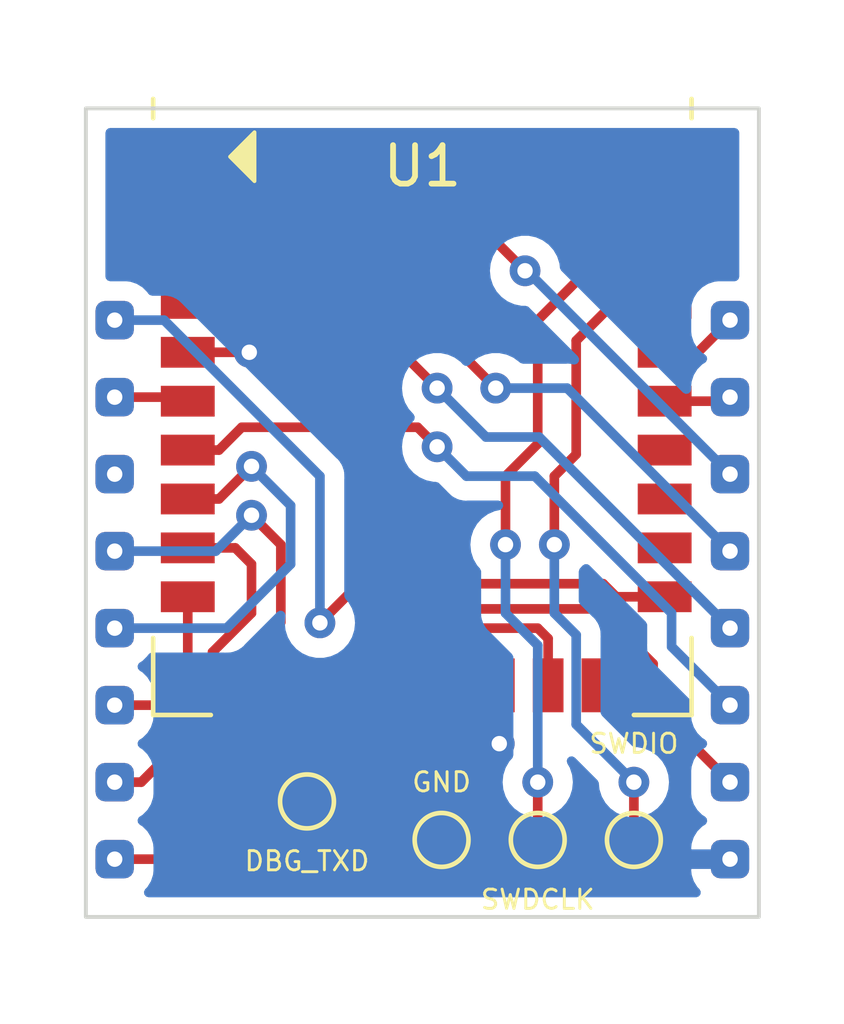
<source format=kicad_pcb>
(kicad_pcb (version 20211014) (generator pcbnew)
  (layers (0 "F.Cu" signal) (31 "B.Cu" signal) (34 "B.Paste" user) (35 "F.Paste" user) (36 "B.SilkS" user "B.Silkscreen") (37 "F.SilkS" user "F.Silkscreen") (38 "B.Mask" user) (39 "F.Mask" user) (44 "Edge.Cuts" user))
  (net 0 "")
  (net 2 "GNDD")
  (net 3 "Net-(TP1-Pad1)")
  (net 4 "+3.3V")
  (net 9 "Net-(TP2-Pad1)")
  (net 10 "Net-(TP4-Pad1)")
  (net 13 "RST")
  (net 15 "P0.00")
  (net 16 "RXD")
  (net 17 "TXD")
  (net 18 "P1.09")
  (net 19 "P0.30")
  (net 20 "P0.31")
  (net 21 "P1.13")
  (net 22 "P0.02")
  (net 23 "P0.29")
  (net 24 "P0.28")
  (net 25 "P1.10")
  (net 26 "P0.03")
  (footprint "thermostat_k5h:E73-2G4M08S1C" (layer "F.Cu") (at 157.5 90.255 180)
    (fp_text reference "U1" (at 6.5 -0.245) (layer "F.SilkS"))
    (fp_text value "E73-2G4M08S1C_light")
    (fp_line (start 13.5 1.5) (end 13.5 1) (layer "F.SilkS") (width 0.12))
    (fp_line (start 12 -14.5) (end 13.5 -14.5) (layer "F.SilkS") (width 0.12))
    (fp_line (start -0.5 1) (end -0.5 1.5) (layer "F.SilkS") (width 0.12))
    (fp_line (start -0.5 -12.5) (end -0.5 -14.5) (layer "F.SilkS") (width 0.12))
    (fp_line (start 13.5 -14.5) (end 13.5 -12.5) (layer "F.SilkS") (width 0.12))
    (fp_line (start -0.5 -14.5) (end 1 -14.5) (layer "F.SilkS") (width 0.12))
    (fp_poly (pts (xy 11.5 0) (xy 10.865 0.635) (xy 10.865 -0.635)) (layer "F.SilkS") (width 0.1) (fill solid))
    (pad "1" smd rect locked (at 12.600001 0 180) (size 1.4 0.8) (layers "F.Cu" "F.Paste" "F.Mask"))
    (pad "2" smd rect locked (at 12.600001 -1.27 180) (size 1.4 0.8) (layers "F.Cu" "F.Paste" "F.Mask") (net 25 "P1.10"))
    (pad "3" smd rect locked (at 12.600001 -2.54 180) (size 1.4 0.8) (layers "F.Cu" "F.Paste" "F.Mask") (net 26 "P0.03"))
    (pad "4" smd rect locked (at 12.600001 -3.81 180) (size 1.4 0.8) (layers "F.Cu" "F.Paste" "F.Mask") (net 24 "P0.28"))
    (pad "5" smd rect locked (at 12.600001 -5.08 180) (size 1.4 0.8) (layers "F.Cu" "F.Paste" "F.Mask") (net 2 "GNDD"))
    (pad "6" smd rect locked (at 12.600001 -6.35 180) (size 1.4 0.8) (layers "F.Cu" "F.Paste" "F.Mask") (net 21 "P1.13"))
    (pad "7" smd rect locked (at 12.600001 -7.62 180) (size 1.4 0.8) (layers "F.Cu" "F.Paste" "F.Mask") (net 22 "P0.02"))
    (pad "8" smd rect locked (at 12.600001 -8.89 180) (size 1.4 0.8) (layers "F.Cu" "F.Paste" "F.Mask") (net 23 "P0.29"))
    (pad "9" smd rect locked (at 12.600001 -10.16 180) (size 1.4 0.8) (layers "F.Cu" "F.Paste" "F.Mask") (net 20 "P0.31"))
    (pad "10" smd rect locked (at 12.600001 -11.43 180) (size 1.4 0.8) (layers "F.Cu" "F.Paste" "F.Mask") (net 19 "P0.30"))
    (pad "11" smd rect locked (at 10.840001 -13.729999 180) (size 0.8 1.4) (layers "F.Cu" "F.Paste" "F.Mask") (net 15 "P0.00"))
    (pad "13" smd rect locked (at 9.58 -13.729999 180) (size 0.8 1.4) (layers "F.Cu" "F.Paste" "F.Mask"))
    (pad "15" smd rect locked (at 8.31 -13.729999 180) (size 0.8 1.4) (layers "F.Cu" "F.Paste" "F.Mask") (net 10 "Net-(TP4-Pad1)"))
    (pad "17" smd rect locked (at 7.04 -13.729999 180) (size 0.8 1.4) (layers "F.Cu" "F.Paste" "F.Mask") (net 18 "P1.09"))
    (pad "19" smd rect locked (at 5.77 -13.729999 180) (size 0.8 1.4) (layers "F.Cu" "F.Paste" "F.Mask") (net 4 "+3.3V"))
    (pad "21" smd rect locked (at 4.5 -13.729999 180) (size 0.8 1.4) (layers "F.Cu" "F.Paste" "F.Mask") (net 2 "GNDD"))
    (pad "23" smd rect locked (at 3.230001 -13.729999 180) (size 0.8 1.4) (layers "F.Cu" "F.Paste" "F.Mask") (net 4 "+3.3V"))
    (pad "25" smd rect locked (at 1.960001 -13.729999 180) (size 0.8 1.4) (layers "F.Cu" "F.Paste" "F.Mask"))
    (pad "26" smd rect locked (at 0.2 -11.43 180) (size 1.4 0.8) (layers "F.Cu" "F.Paste" "F.Mask") (net 13 "RST"))
    (pad "27" smd rect locked (at 0.2 -10.16 180) (size 1.4 0.8) (layers "F.Cu" "F.Paste" "F.Mask"))
    (pad "29" smd rect locked (at 0.2 -8.89 180) (size 1.4 0.8) (layers "F.Cu" "F.Paste" "F.Mask"))
    (pad "31" smd rect locked (at 0.2 -7.62 180) (size 1.4 0.8) (layers "F.Cu" "F.Paste" "F.Mask"))
    (pad "33" smd rect locked (at 0.2 -6.35 180) (size 1.4 0.8) (layers "F.Cu" "F.Paste" "F.Mask") (net 17 "TXD"))
    (pad "35" smd rect locked (at 0.2 -5.08 180) (size 1.4 0.8) (layers "F.Cu" "F.Paste" "F.Mask") (net 16 "RXD"))
    (pad "37" smd rect locked (at 0.2 -3.81 180) (size 1.4 0.8) (layers "F.Cu" "F.Paste" "F.Mask") (net 3 "Net-(TP1-Pad1)"))
    (pad "39" smd rect locked (at 0.2 -2.54 180) (size 1.4 0.8) (layers "F.Cu" "F.Paste" "F.Mask") (net 9 "Net-(TP2-Pad1)"))
    (pad "41" smd rect locked (at 0.2 -1.27 180) (size 1.4 0.8) (layers "F.Cu" "F.Paste" "F.Mask"))
    (pad "43" smd rect locked (at 0.2 0 180) (size 1.4 0.8) (layers "F.Cu" "F.Paste" "F.Mask"))
  )
  (footprint "thermostat_k5h:WBR3" (layer "F.Cu") (at 143 94.5)
    (fp_text reference "J1" hide)
    (fp_text value "Conn_01x08")
    (pad "1" thru_hole roundrect (at 0 0) (size 1 1) (drill 0.4) (layers *.Cu *.Mask) (net 13 "RST"))
    (pad "2" thru_hole roundrect locked (at 0 2) (size 1 1) (drill 0.4) (layers *.Cu *.Mask) (net 21 "P1.13"))
    (pad "3" thru_hole roundrect locked (at 0 4) (size 1 1) (drill 0.4) (layers *.Cu *.Mask))
    (pad "4" thru_hole roundrect locked (at 0 6) (size 1 1) (drill 0.4) (layers *.Cu *.Mask) (net 15 "P0.00"))
    (pad "5" thru_hole roundrect locked (at 0 8) (size 1 1) (drill 0.4) (layers *.Cu *.Mask) (net 23 "P0.29"))
    (pad "6" thru_hole roundrect locked (at 0 10) (size 1 1) (drill 0.4) (layers *.Cu *.Mask) (net 19 "P0.30"))
    (pad "7" thru_hole roundrect locked (at 0 12) (size 1 1) (drill 0.4) (layers *.Cu *.Mask) (net 20 "P0.31"))
    (pad "8" thru_hole roundrect locked (at 0 14) (size 1 1) (drill 0.4) (layers *.Cu *.Mask) (net 4 "+3.3V"))
  )
  (footprint "TestPoint:TestPoint_Pad_D1.0mm" (layer "F.Cu") (at 151.5 108)
    (fp_text reference "TP3" hide)
    (fp_text value "GND" (at 0 -1.5) (layer "F.SilkS") (effects (font (size 0.5 0.5) (thickness 0.075))))
    (fp_circle (center 0 0) (end 0 0.7) (layer "F.SilkS") (width 0.12) (fill none))
    (pad "1" smd circle (at 0 0) (size 1 1) (layers "F.Cu" "F.Mask") (net 2 "GNDD"))
  )
  (footprint "TestPoint:TestPoint_Pad_D1.0mm" (layer "F.Cu") (at 148 107)
    (fp_text reference "TP4" hide)
    (fp_text value "DBG_TXD" (at 0 1.55) (layer "F.SilkS") (effects (font (size 0.5 0.5) (thickness 0.075))))
    (fp_circle (center 0 0) (end 0 0.7) (layer "F.SilkS") (width 0.12) (fill none))
    (pad "1" smd circle (at 0 0) (size 1 1) (layers "F.Cu" "F.Mask") (net 10 "Net-(TP4-Pad1)"))
  )
  (footprint "TestPoint:TestPoint_Pad_D1.0mm" (layer "F.Cu") (at 156.5 108)
    (fp_text reference "TP1" hide)
    (fp_text value "SWDIO" (at 0 -2.5) (layer "F.SilkS") (effects (font (size 0.5 0.5) (thickness 0.075))))
    (fp_circle (center 0 0) (end 0 0.7) (layer "F.SilkS") (width 0.12) (fill none))
    (pad "1" smd circle (at 0 0) (size 1 1) (layers "F.Cu" "F.Mask") (net 3 "Net-(TP1-Pad1)"))
  )
  (footprint "TestPoint:TestPoint_Pad_D1.0mm" (layer "F.Cu") (at 154 108)
    (fp_text reference "TP2" hide)
    (fp_text value "SWDCLK" (at 0 1.55) (layer "F.SilkS") (effects (font (size 0.5 0.5) (thickness 0.075))))
    (fp_circle (center 0 0) (end 0 0.7) (layer "F.SilkS") (width 0.12) (fill none))
    (pad "1" smd circle (at 0 0) (size 1 1) (layers "F.Cu" "F.Mask") (net 9 "Net-(TP2-Pad1)"))
  )
  (footprint "thermostat_k5h:WBR3" (layer "F.Cu") (at 159 94.5)
    (fp_text reference "J2" hide)
    (fp_text value "Conn_01x08")
    (pad "1" thru_hole roundrect locked (at 0 0) (size 1 1) (drill 0.4) (layers *.Cu *.Mask) (net 16 "RXD"))
    (pad "2" thru_hole roundrect locked (at 0 2) (size 1 1) (drill 0.4) (layers *.Cu *.Mask) (net 17 "TXD"))
    (pad "3" thru_hole roundrect locked (at 0 4) (size 1 1) (drill 0.4) (layers *.Cu *.Mask) (net 25 "P1.10"))
    (pad "4" thru_hole roundrect locked (at 0 6) (size 1 1) (drill 0.4) (layers *.Cu *.Mask) (net 26 "P0.03"))
    (pad "5" thru_hole roundrect locked (at 0 8) (size 1 1) (drill 0.4) (layers *.Cu *.Mask) (net 24 "P0.28"))
    (pad "6" thru_hole roundrect locked (at 0 10) (size 1 1) (drill 0.4) (layers *.Cu *.Mask) (net 22 "P0.02"))
    (pad "7" thru_hole roundrect locked (at 0 12) (size 1 1) (drill 0.4) (layers *.Cu *.Mask) (net 18 "P1.09"))
    (pad "8" thru_hole roundrect locked (at 0 14) (size 1 1) (drill 0.4) (layers *.Cu *.Mask) (net 2 "GNDD"))
  )
  (gr_rect (start 142.25 89) (end 159.75 110) (layer "Edge.Cuts") (width 0.1) (fill none))
  (segment (start 151.5 108) (end 151.5 107) (width 0.25) (layer "F.Cu") (net 2))
  (segment (start 144.899999 95.335) (end 146.5 95.335) (width 0.25) (layer "F.Cu") (net 2))
  (segment (start 153 103.984999) (end 153 105.5) (width 0.25) (layer "F.Cu") (net 2))
  (segment (start 151.5 107) (end 153 105.5) (width 0.25) (layer "F.Cu") (net 2))
  (via (at 153 105.5) (size 0.8) (drill 0.4) (layers "F.Cu" "B.Cu") (net 2))
  (via (at 146.5 95.335) (size 0.8) (drill 0.4) (layers "F.Cu" "B.Cu") (net 2))
  (segment (start 155 97.984) (end 155 95.0325) (width 0.25) (layer "F.Cu") (net 3))
  (segment (start 154.432 100.33) (end 154.432 98.552) (width 0.25) (layer "F.Cu") (net 3))
  (segment (start 156.5 108) (end 156.5 106.5) (width 0.25) (layer "F.Cu") (net 3))
  (segment (start 154.432 98.552) (end 155 97.984) (width 0.25) (layer "F.Cu") (net 3))
  (segment (start 155 95.0325) (end 155.9675 94.065) (width 0.25) (layer "F.Cu") (net 3))
  (segment (start 155.9675 94.065) (end 157.3 94.065) (width 0.25) (layer "F.Cu") (net 3))
  (via (at 156.5 106.5) (size 0.8) (drill 0.4) (layers "F.Cu" "B.Cu") (net 3))
  (via (at 154.432 100.33) (size 0.8) (drill 0.4) (layers "F.Cu" "B.Cu") (net 3))
  (segment (start 154.432 102.108) (end 155 102.676) (width 0.25) (layer "B.Cu") (net 3))
  (segment (start 155 105) (end 156.5 106.5) (width 0.25) (layer "B.Cu") (net 3))
  (segment (start 154.432 100.33) (end 154.432 102.108) (width 0.25) (layer "B.Cu") (net 3))
  (segment (start 155 102.676) (end 155 105) (width 0.25) (layer "B.Cu") (net 3))
  (segment (start 151.73 102.77) (end 152 102.5) (width 0.25) (layer "F.Cu") (net 4))
  (segment (start 148.5 108.5) (end 151.73 105.27) (width 0.25) (layer "F.Cu") (net 4))
  (segment (start 151.73 103.984999) (end 151.73 102.77) (width 0.25) (layer "F.Cu") (net 4))
  (segment (start 152 102.5) (end 154 102.5) (width 0.25) (layer "F.Cu") (net 4))
  (segment (start 154.269999 102.769999) (end 154.269999 103.984999) (width 0.25) (layer "F.Cu") (net 4))
  (segment (start 154 102.5) (end 154.269999 102.769999) (width 0.25) (layer "F.Cu") (net 4))
  (segment (start 143 108.5) (end 148.5 108.5) (width 0.25) (layer "F.Cu") (net 4))
  (segment (start 151.73 105.27) (end 151.73 103.984999) (width 0.25) (layer "F.Cu") (net 4))
  (segment (start 154 94.5) (end 155.705 92.795) (width 0.25) (layer "F.Cu") (net 9))
  (segment (start 154 108) (end 154 106.5) (width 0.25) (layer "F.Cu") (net 9))
  (segment (start 153.162 100.33) (end 153.162 98.552) (width 0.25) (layer "F.Cu") (net 9))
  (segment (start 153.162 98.552) (end 154 97.714) (width 0.25) (layer "F.Cu") (net 9))
  (segment (start 154 97.714) (end 154 94.5) (width 0.25) (layer "F.Cu") (net 9))
  (segment (start 155.705 92.795) (end 157.3 92.795) (width 0.25) (layer "F.Cu") (net 9))
  (via (at 153.162 100.33) (size 0.8) (drill 0.4) (layers "F.Cu" "B.Cu") (net 9))
  (via (at 154 106.5) (size 0.8) (drill 0.4) (layers "F.Cu" "B.Cu") (net 9))
  (segment (start 153.162 100.33) (end 153.162 102.108) (width 0.25) (layer "B.Cu") (net 9))
  (segment (start 153.162 102.108) (end 154 102.946) (width 0.25) (layer "B.Cu") (net 9))
  (segment (start 154 102.946) (end 154 106.5) (width 0.25) (layer "B.Cu") (net 9))
  (segment (start 149.19 103.984999) (end 149.19 105.81) (width 0.25) (layer "F.Cu") (net 10))
  (segment (start 149.19 105.81) (end 148 107) (width 0.25) (layer "F.Cu") (net 10))
  (segment (start 155.702 101.346) (end 156.041 101.685) (width 0.25) (layer "F.Cu") (net 13))
  (segment (start 156.041 101.685) (end 157.3 101.685) (width 0.25) (layer "F.Cu") (net 13))
  (segment (start 148.336 102.362) (end 149.352 101.346) (width 0.25) (layer "F.Cu") (net 13))
  (segment (start 149.352 101.346) (end 155.702 101.346) (width 0.25) (layer "F.Cu") (net 13))
  (via (at 148.336 102.362) (size 0.8) (drill 0.4) (layers "F.Cu" "B.Cu") (net 13))
  (segment (start 148.336 98.552) (end 144.284 94.5) (width 0.25) (layer "B.Cu") (net 13))
  (segment (start 148.336 102.362) (end 148.336 98.552) (width 0.25) (layer "B.Cu") (net 13))
  (segment (start 144.284 94.5) (end 143 94.5) (width 0.25) (layer "B.Cu") (net 13))
  (segment (start 146.558 99.568) (end 147.32 100.33) (width 0.25) (layer "F.Cu") (net 15))
  (segment (start 147.32 102.344499) (end 146.659999 103.0045) (width 0.25) (layer "F.Cu") (net 15))
  (segment (start 147.32 100.33) (end 147.32 102.344499) (width 0.25) (layer "F.Cu") (net 15))
  (segment (start 146.659999 103.0045) (end 146.659999 103.984999) (width 0.25) (layer "F.Cu") (net 15))
  (via (at 146.558 99.568) (size 0.8) (drill 0.4) (layers "F.Cu" "B.Cu") (net 15))
  (segment (start 145.626 100.5) (end 146.558 99.568) (width 0.25) (layer "B.Cu") (net 15))
  (segment (start 143 100.5) (end 145.626 100.5) (width 0.25) (layer "B.Cu") (net 15))
  (segment (start 157.3 95.335) (end 158.165 95.335) (width 0.25) (layer "F.Cu") (net 16))
  (segment (start 158.165 95.335) (end 159 94.5) (width 0.25) (layer "F.Cu") (net 16))
  (segment (start 157.3 96.605) (end 158.895 96.605) (width 0.25) (layer "F.Cu") (net 17))
  (segment (start 159 106.5) (end 157 104.5) (width 0.25) (layer "F.Cu") (net 18))
  (segment (start 151.238 102) (end 150.46 102.778) (width 0.25) (layer "F.Cu") (net 18))
  (segment (start 150.46 102.778) (end 150.46 103.984999) (width 0.25) (layer "F.Cu") (net 18))
  (segment (start 157 103.42375) (end 155.57625 102) (width 0.25) (layer "F.Cu") (net 18))
  (segment (start 157 104.5) (end 157 103.42375) (width 0.25) (layer "F.Cu") (net 18))
  (segment (start 155.57625 102) (end 151.238 102) (width 0.25) (layer "F.Cu") (net 18))
  (segment (start 144.42 104.5) (end 144.899999 104.020001) (width 0.25) (layer "F.Cu") (net 19))
  (segment (start 144.899999 104.020001) (end 144.899999 101.685) (width 0.25) (layer "F.Cu") (net 19))
  (segment (start 143 104.5) (end 144.42 104.5) (width 0.25) (layer "F.Cu") (net 19))
  (segment (start 146.558 100.838) (end 146.135 100.415) (width 0.25) (layer "F.Cu") (net 20))
  (segment (start 143 106.5) (end 143.69 106.5) (width 0.25) (layer "F.Cu") (net 20))
  (segment (start 146.135 100.415) (end 144.899999 100.415) (width 0.25) (layer "F.Cu") (net 20))
  (segment (start 145.542 103.124) (end 146.558 102.108) (width 0.25) (layer "F.Cu") (net 20))
  (segment (start 143.69 106.5) (end 145.542 104.648) (width 0.25) (layer "F.Cu") (net 20))
  (segment (start 146.558 102.108) (end 146.558 100.838) (width 0.25) (layer "F.Cu") (net 20))
  (segment (start 145.542 104.648) (end 145.542 103.124) (width 0.25) (layer "F.Cu") (net 20))
  (segment (start 143 96.5) (end 144.794999 96.5) (width 0.25) (layer "F.Cu") (net 21))
  (segment (start 145.711 97.875) (end 144.899999 97.875) (width 0.25) (layer "F.Cu") (net 22))
  (segment (start 150.876 97.282) (end 146.304 97.282) (width 0.25) (layer "F.Cu") (net 22))
  (segment (start 151.384 97.79) (end 150.876 97.282) (width 0.25) (layer "F.Cu") (net 22))
  (segment (start 146.304 97.282) (end 145.711 97.875) (width 0.25) (layer "F.Cu") (net 22))
  (via (at 151.384 97.79) (size 0.8) (drill 0.4) (layers "F.Cu" "B.Cu") (net 22))
  (segment (start 157.48 102.98) (end 159 104.5) (width 0.25) (layer "B.Cu") (net 22))
  (segment (start 152.146 98.552) (end 153.924 98.552) (width 0.25) (layer "B.Cu") (net 22))
  (segment (start 157.48 102.108) (end 157.48 102.98) (width 0.25) (layer "B.Cu") (net 22))
  (segment (start 153.924 98.552) (end 157.48 102.108) (width 0.25) (layer "B.Cu") (net 22))
  (segment (start 151.384 97.79) (end 152.146 98.552) (width 0.25) (layer "B.Cu") (net 22))
  (segment (start 145.711 99.145) (end 144.899999 99.145) (width 0.25) (layer "F.Cu") (net 23))
  (segment (start 146.558 98.298) (end 145.711 99.145) (width 0.25) (layer "F.Cu") (net 23))
  (via (at 146.558 98.298) (size 0.8) (drill 0.4) (layers "F.Cu" "B.Cu") (net 23))
  (segment (start 145.912 102.5) (end 143 102.5) (width 0.25) (layer "B.Cu") (net 23))
  (segment (start 146.558 98.298) (end 147.574 99.314) (width 0.25) (layer "B.Cu") (net 23))
  (segment (start 147.574 100.838) (end 145.912 102.5) (width 0.25) (layer "B.Cu") (net 23))
  (segment (start 147.574 99.314) (end 147.574 100.838) (width 0.25) (layer "B.Cu") (net 23))
  (segment (start 149.183 94.065) (end 144.899999 94.065) (width 0.25) (layer "F.Cu") (net 24))
  (segment (start 151.384 96.266) (end 149.183 94.065) (width 0.25) (layer "F.Cu") (net 24))
  (via (at 151.384 96.266) (size 0.8) (drill 0.4) (layers "F.Cu" "B.Cu") (net 24))
  (segment (start 151.384 96.266) (end 152.654 97.536) (width 0.25) (layer "B.Cu") (net 24))
  (segment (start 152.654 97.536) (end 154.036 97.536) (width 0.25) (layer "B.Cu") (net 24))
  (segment (start 154.036 97.536) (end 159 102.5) (width 0.25) (layer "B.Cu") (net 24))
  (segment (start 151.977 91.525) (end 144.899999 91.525) (width 0.25) (layer "F.Cu") (net 25))
  (segment (start 153.67 93.218) (end 151.977 91.525) (width 0.25) (layer "F.Cu") (net 25))
  (via (at 153.67 93.218) (size 0.8) (drill 0.4) (layers "F.Cu" "B.Cu") (net 25))
  (segment (start 153.67 93.218) (end 153.718 93.218) (width 0.25) (layer "B.Cu") (net 25))
  (segment (start 153.718 93.218) (end 159 98.5) (width 0.25) (layer "B.Cu") (net 25))
  (segment (start 144.899999 92.795) (end 149.437 92.795) (width 0.25) (layer "F.Cu") (net 26))
  (segment (start 149.437 92.795) (end 152.908 96.266) (width 0.25) (layer "F.Cu") (net 26))
  (via (at 152.908 96.266) (size 0.8) (drill 0.4) (layers "F.Cu" "B.Cu") (net 26))
  (segment (start 152.908 96.266) (end 154.766 96.266) (width 0.25) (layer "B.Cu") (net 26))
  (segment (start 154.766 96.266) (end 159 100.5) (width 0.25) (layer "B.Cu") (net 26))
  (zone (net 2) (net_name "GNDD") (layer "B.Cu") (connect_pads (clearance 0.508)) (min_thickness 0.254) (fill yes (thermal_gap 0.508) (thermal_bridge_width 0.508))
    (polygon (pts (xy 159.5 109.5) (xy 142.5 109.5) (xy 142.5 89.5) (xy 159.5 89.5)))
  )
)
</source>
